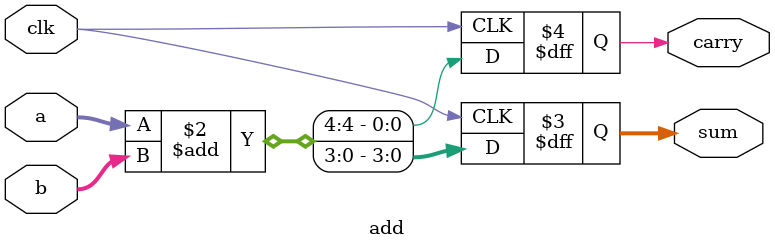
<source format=sv>
module add (input clk, 
	input [3:0]a,b, 
	output reg [3:0]sum, 
	output reg carry
	); 

	always@(posedge clk) begin 
		{carry , sum } <= a + b; 
	end 

endmodule
</source>
